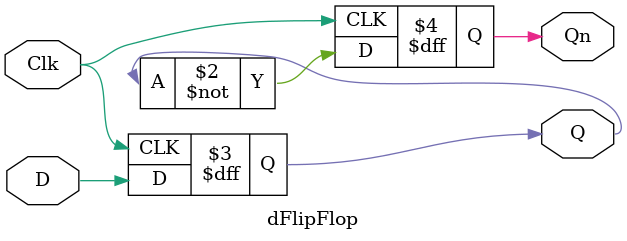
<source format=v>
`timescale 1ns/1ps

module dFlipFlop (
    input  wire D,
    input  wire Clk,
    output reg  Q,
    output reg  Qn
);

    // Đồng bộ hóa cả Q và Qn trên cạnh lên Clk
    always @(posedge Clk) begin
        Q  <= D;
        Qn <= ~Q;    // hoặc ~D, tuỳ yêu cầu thiết kế
    end

endmodule

</source>
